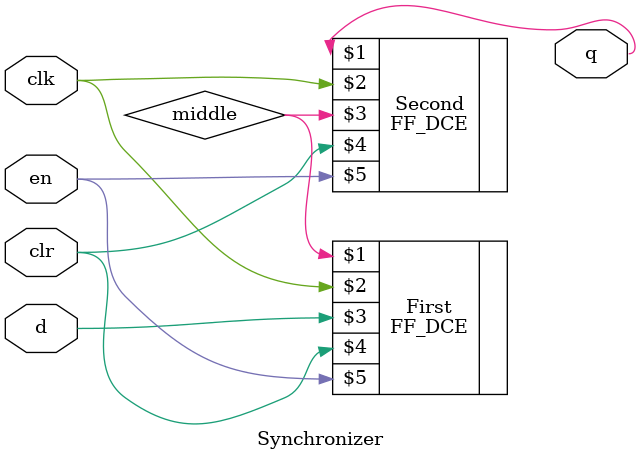
<source format=v>
`timescale 1ns / 1ps
module Synchronizer(
    output q,
    input clk,
    input d ,
    input clr,
    input en
    );

	wire middle;
FF_DCE First(middle, clk , d , clr , en);
FF_DCE Second(q, clk , middle , clr , en);
endmodule

</source>
